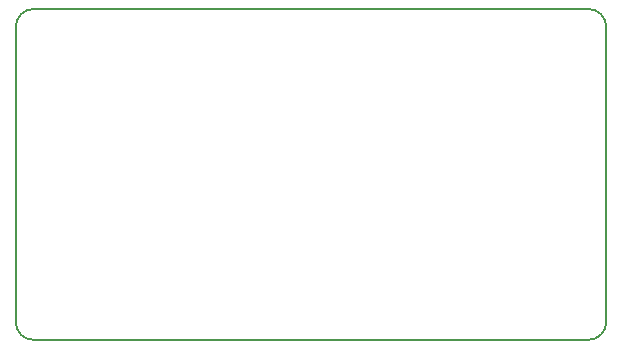
<source format=gm1>
G04 #@! TF.FileFunction,Profile,NP*
%FSLAX46Y46*%
G04 Gerber Fmt 4.6, Leading zero omitted, Abs format (unit mm)*
G04 Created by KiCad (PCBNEW 4.0.2+dfsg1-stable) date Thu 06 Oct 2016 17:54:39 BST*
%MOMM*%
G01*
G04 APERTURE LIST*
%ADD10C,0.150000*%
G04 APERTURE END LIST*
D10*
X176500000Y-115000000D02*
X129500000Y-115000000D01*
X129500000Y-143000000D02*
X176500000Y-143000000D01*
X128000000Y-141500000D02*
G75*
G03X129500000Y-143000000I1500000J0D01*
G01*
X129500000Y-115000000D02*
G75*
G03X128000000Y-116500000I0J-1500000D01*
G01*
X128000000Y-141500000D02*
X128000000Y-116500000D01*
X176500000Y-143000000D02*
G75*
G03X178000000Y-141500000I0J1500000D01*
G01*
X178000000Y-116500000D02*
G75*
G03X176500000Y-115000000I-1500000J0D01*
G01*
X178000000Y-116500000D02*
X178000000Y-141500000D01*
M02*

</source>
